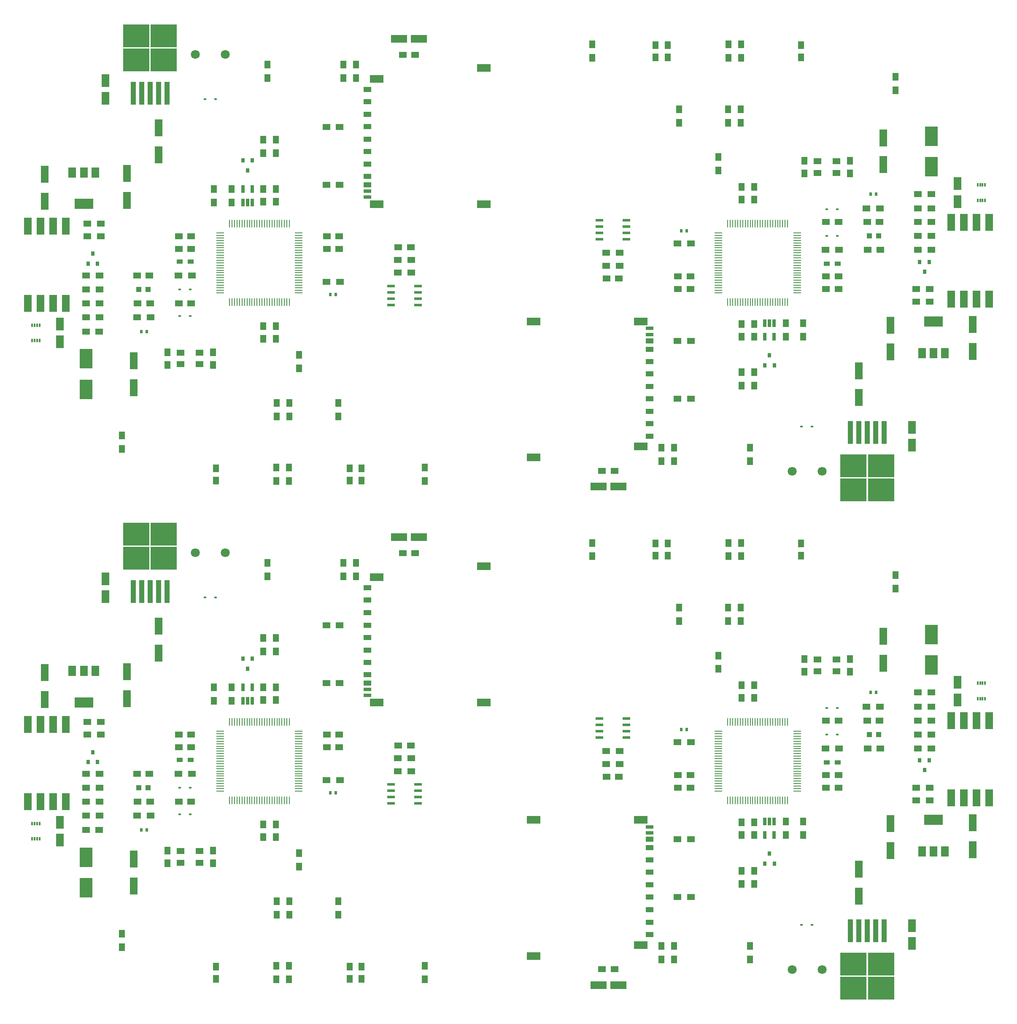
<source format=gbr>
G04 #@! TF.FileFunction,Paste,Top*
%FSLAX46Y46*%
G04 Gerber Fmt 4.6, Leading zero omitted, Abs format (unit mm)*
G04 Created by KiCad (PCBNEW 4.0.7-e2-6376~58~ubuntu16.04.1) date Sun Nov 18 23:18:58 2018*
%MOMM*%
%LPD*%
G01*
G04 APERTURE LIST*
%ADD10C,0.100000*%
%ADD11R,1.500000X1.250000*%
%ADD12R,1.500000X1.300000*%
%ADD13R,1.550000X0.600000*%
%ADD14R,1.500000X0.280000*%
%ADD15R,0.280000X1.500000*%
%ADD16R,1.300000X1.500000*%
%ADD17R,0.650000X1.560000*%
%ADD18R,1.250000X1.500000*%
%ADD19R,0.600000X0.700000*%
%ADD20R,0.800000X0.900000*%
%ADD21C,1.800000*%
%ADD22R,3.200000X1.500000*%
%ADD23R,1.500000X1.000000*%
%ADD24R,1.500000X0.700000*%
%ADD25R,2.800000X1.500000*%
%ADD26R,1.600000X1.300000*%
%ADD27R,0.600000X0.450000*%
%ADD28R,1.600000X3.500000*%
%ADD29R,2.500000X4.000000*%
%ADD30R,1.050000X1.100000*%
%ADD31R,1.600000X2.600000*%
%ADD32R,1.100000X4.600000*%
%ADD33R,5.250000X4.550000*%
%ADD34R,1.200000X0.900000*%
%ADD35R,3.800000X2.000000*%
%ADD36R,1.500000X2.000000*%
%ADD37R,0.300000X0.800000*%
%ADD38R,1.500000X3.500000*%
G04 APERTURE END LIST*
D10*
D11*
X63512580Y-147243880D03*
X66012580Y-147243880D03*
D12*
X63412580Y-134327980D03*
X66112580Y-134327980D03*
X80446180Y-149415580D03*
X77746180Y-149415580D03*
D11*
X63512580Y-144703880D03*
X66012580Y-144703880D03*
D12*
X63420200Y-153848000D03*
X66120200Y-153848000D03*
D13*
X81796180Y-158508780D03*
X81796180Y-157238780D03*
X81796180Y-155968780D03*
X81796180Y-154698780D03*
X76396180Y-154698780D03*
X76396180Y-155968780D03*
X76396180Y-157238780D03*
X76396180Y-158508780D03*
D11*
X80346180Y-146875580D03*
X77846180Y-146875580D03*
D12*
X80446180Y-151999880D03*
X77746180Y-151999880D03*
D11*
X36302580Y-147243880D03*
X33802580Y-147243880D03*
D12*
X36402580Y-152577880D03*
X33702580Y-152577880D03*
D14*
X42100580Y-143999880D03*
X42100580Y-144499880D03*
X42100580Y-144999880D03*
X42100580Y-145499880D03*
X42100580Y-145999880D03*
X42100580Y-146499880D03*
X42100580Y-146999880D03*
X42100580Y-147499880D03*
X42100580Y-147999880D03*
X42100580Y-148499880D03*
X42100580Y-148999880D03*
X42100580Y-149499880D03*
X42100580Y-149999880D03*
X42100580Y-150499880D03*
X42100580Y-150999880D03*
X42100580Y-151499880D03*
X42100580Y-151999880D03*
X42100580Y-152499880D03*
X42100580Y-152999880D03*
X42100580Y-153499880D03*
X42100580Y-153999880D03*
X42100580Y-154499880D03*
X42100580Y-154999880D03*
X42100580Y-155499880D03*
X42100580Y-155999880D03*
D15*
X44000580Y-157899880D03*
X44500580Y-157899880D03*
X45000580Y-157899880D03*
X45500580Y-157899880D03*
X46000580Y-157899880D03*
X46500580Y-157899880D03*
X47000580Y-157899880D03*
X47500580Y-157899880D03*
X48000580Y-157899880D03*
X48500580Y-157899880D03*
X49000580Y-157899880D03*
X49500580Y-157899880D03*
X50000580Y-157899880D03*
X50500580Y-157899880D03*
X51000580Y-157899880D03*
X51500580Y-157899880D03*
X52000580Y-157899880D03*
X52500580Y-157899880D03*
X53000580Y-157899880D03*
X53500580Y-157899880D03*
X54000580Y-157899880D03*
X54500580Y-157899880D03*
X55000580Y-157899880D03*
X55500580Y-157899880D03*
X56000580Y-157899880D03*
D14*
X57900580Y-155999880D03*
X57900580Y-155499880D03*
X57900580Y-154999880D03*
X57900580Y-154499880D03*
X57900580Y-153999880D03*
X57900580Y-153499880D03*
X57900580Y-152999880D03*
X57900580Y-152499880D03*
X57900580Y-151999880D03*
X57900580Y-151499880D03*
X57900580Y-150999880D03*
X57900580Y-150499880D03*
X57900580Y-149999880D03*
X57900580Y-149499880D03*
X57900580Y-148999880D03*
X57900580Y-148499880D03*
X57900580Y-147999880D03*
X57900580Y-147499880D03*
X57900580Y-146999880D03*
X57900580Y-146499880D03*
X57900580Y-145999880D03*
X57900580Y-145499880D03*
X57900580Y-144999880D03*
X57900580Y-144499880D03*
X57900580Y-143999880D03*
D15*
X56000580Y-142099880D03*
X55500580Y-142099880D03*
X55000580Y-142099880D03*
X54500580Y-142099880D03*
X54000580Y-142099880D03*
X53500580Y-142099880D03*
X53000580Y-142099880D03*
X52500580Y-142099880D03*
X52000580Y-142099880D03*
X51500580Y-142099880D03*
X51000580Y-142099880D03*
X50500580Y-142099880D03*
X50000580Y-142099880D03*
X49500580Y-142099880D03*
X49000580Y-142099880D03*
X48500580Y-142099880D03*
X48000580Y-142099880D03*
X47500580Y-142099880D03*
X47000580Y-142099880D03*
X46500580Y-142099880D03*
X46000580Y-142099880D03*
X45500580Y-142099880D03*
X45000580Y-142099880D03*
X44500580Y-142099880D03*
X44000580Y-142099880D03*
D11*
X36302580Y-144703880D03*
X33802580Y-144703880D03*
D16*
X40840860Y-135213180D03*
X40840860Y-137913180D03*
X44376920Y-135213180D03*
X44376920Y-137913180D03*
D17*
X46683200Y-137913180D03*
X47633200Y-137913180D03*
X48583200Y-137913180D03*
X48583200Y-135213180D03*
X46683200Y-135213180D03*
D18*
X53277080Y-162717240D03*
X53277080Y-165217240D03*
D16*
X57912580Y-168499880D03*
X57912580Y-171199880D03*
D19*
X65312580Y-156388000D03*
X64212580Y-156388000D03*
D16*
X65786200Y-180788500D03*
X65786200Y-178088500D03*
D20*
X48575200Y-129429200D03*
X46675200Y-129429200D03*
X47625200Y-131429200D03*
D18*
X53277080Y-137698880D03*
X53277080Y-135198880D03*
X50737080Y-137698880D03*
X50737080Y-135198880D03*
D16*
X50737080Y-125319880D03*
X50737080Y-128019880D03*
X53277080Y-125319880D03*
X53277080Y-128019880D03*
D21*
X37106580Y-108170380D03*
X43106580Y-108170380D03*
D12*
X66112580Y-122725380D03*
X63412580Y-122725380D03*
D16*
X66802580Y-110206880D03*
X66802580Y-112906880D03*
X69342580Y-110206880D03*
X69342580Y-112906880D03*
X51562580Y-110206880D03*
X51562580Y-112906880D03*
D11*
X78760580Y-108254880D03*
X81260580Y-108254880D03*
D22*
X77978580Y-105079880D03*
X81978580Y-105079880D03*
D23*
X71696580Y-117696880D03*
X71696580Y-120196880D03*
X71696580Y-122696880D03*
X71696580Y-125196880D03*
X71696580Y-127696880D03*
X71696580Y-130196880D03*
X71696580Y-132626880D03*
X71696580Y-134326880D03*
X71696580Y-115196880D03*
D24*
X71696580Y-135626880D03*
X71696580Y-136826880D03*
D25*
X73496580Y-113121880D03*
X94996580Y-110921880D03*
X94996580Y-138221880D03*
X73496580Y-138221880D03*
D18*
X31496580Y-170464880D03*
X31496580Y-167964880D03*
D26*
X34168580Y-170364880D03*
X37968580Y-170364880D03*
X37968580Y-168064880D03*
X34168580Y-168064880D03*
D27*
X36102580Y-160705880D03*
X34002580Y-160705880D03*
D18*
X40640580Y-167964880D03*
X40640580Y-170464880D03*
D28*
X24757580Y-169682380D03*
X24757580Y-175082380D03*
D29*
X15181780Y-169268880D03*
X15181780Y-175368880D03*
D12*
X17860580Y-155371880D03*
X15160580Y-155371880D03*
D27*
X36102580Y-155371880D03*
X34002580Y-155371880D03*
D11*
X27920580Y-152577880D03*
X25420580Y-152577880D03*
D30*
X25745580Y-155371880D03*
X27595580Y-155371880D03*
D31*
X19042580Y-117010380D03*
X19042580Y-113410380D03*
D32*
X24630580Y-115994380D03*
X26330580Y-115994380D03*
X28030580Y-115994380D03*
X29730580Y-115994380D03*
X31430580Y-115994380D03*
D33*
X30805580Y-104419380D03*
X25255580Y-109269380D03*
X25255580Y-104419380D03*
X30805580Y-109269380D03*
D28*
X29710580Y-122946380D03*
X29710580Y-128346380D03*
D27*
X39083180Y-117170780D03*
X41183180Y-117170780D03*
D34*
X36152580Y-149783880D03*
X33952580Y-149783880D03*
D28*
X23360580Y-132090380D03*
X23360580Y-137490380D03*
X6850580Y-132250380D03*
X6850580Y-137650380D03*
D35*
X14724580Y-138194380D03*
D36*
X14724580Y-131894380D03*
X12424580Y-131894380D03*
X17024580Y-131894380D03*
D12*
X15152580Y-163809880D03*
X17852580Y-163809880D03*
D31*
X9906580Y-162270380D03*
X9906580Y-165870380D03*
D37*
X4356580Y-165620380D03*
X4856580Y-165620380D03*
X5356580Y-165620380D03*
X5856580Y-165620380D03*
X5856580Y-162520380D03*
X5356580Y-162520380D03*
X4856580Y-162520380D03*
X4356580Y-162520380D03*
D12*
X17860580Y-160896500D03*
X15160580Y-160896500D03*
X17860580Y-152577880D03*
X15160580Y-152577880D03*
X17860580Y-158165880D03*
X15160580Y-158165880D03*
X18159920Y-144703880D03*
X15459920Y-144703880D03*
D38*
X11146580Y-142670380D03*
X8606580Y-158140380D03*
X11146580Y-158140380D03*
X6066580Y-158140380D03*
X3526580Y-158140380D03*
X8606580Y-142670380D03*
X6066580Y-142670380D03*
X3526580Y-142670380D03*
D20*
X15585980Y-150183680D03*
X17485980Y-150183680D03*
X16535980Y-148183680D03*
D12*
X18159920Y-142158920D03*
X15459920Y-142158920D03*
D16*
X22344580Y-184621380D03*
X22344580Y-187321380D03*
D11*
X28047580Y-158165880D03*
X25547580Y-158165880D03*
X36302580Y-158165880D03*
X33802580Y-158165880D03*
D19*
X27347580Y-163807340D03*
X26247580Y-163807340D03*
D12*
X28147580Y-160896500D03*
X25447580Y-160896500D03*
D18*
X50727896Y-162723446D03*
X50727896Y-165223446D03*
D16*
X53416780Y-178111240D03*
X53416780Y-180811240D03*
X55961860Y-180821400D03*
X55961860Y-178121400D03*
D18*
X41275580Y-191205880D03*
X41275580Y-193705880D03*
X68072580Y-191205880D03*
X68072580Y-193705880D03*
D16*
X53340580Y-193805880D03*
X53340580Y-191105880D03*
X55880580Y-193805880D03*
X55880580Y-191105880D03*
D18*
X70485580Y-191205880D03*
X70485580Y-193705880D03*
D16*
X83185580Y-193805880D03*
X83185580Y-191105880D03*
D11*
X136487420Y-152756120D03*
X133987420Y-152756120D03*
D12*
X136587420Y-165672020D03*
X133887420Y-165672020D03*
X119553820Y-150584420D03*
X122253820Y-150584420D03*
D11*
X136487420Y-155296120D03*
X133987420Y-155296120D03*
D12*
X136579800Y-146152000D03*
X133879800Y-146152000D03*
D13*
X118203820Y-141491220D03*
X118203820Y-142761220D03*
X118203820Y-144031220D03*
X118203820Y-145301220D03*
X123603820Y-145301220D03*
X123603820Y-144031220D03*
X123603820Y-142761220D03*
X123603820Y-141491220D03*
D11*
X119653820Y-153124420D03*
X122153820Y-153124420D03*
D12*
X119553820Y-148000120D03*
X122253820Y-148000120D03*
D11*
X163697420Y-152756120D03*
X166197420Y-152756120D03*
D12*
X163597420Y-147422120D03*
X166297420Y-147422120D03*
D14*
X157899420Y-156000120D03*
X157899420Y-155500120D03*
X157899420Y-155000120D03*
X157899420Y-154500120D03*
X157899420Y-154000120D03*
X157899420Y-153500120D03*
X157899420Y-153000120D03*
X157899420Y-152500120D03*
X157899420Y-152000120D03*
X157899420Y-151500120D03*
X157899420Y-151000120D03*
X157899420Y-150500120D03*
X157899420Y-150000120D03*
X157899420Y-149500120D03*
X157899420Y-149000120D03*
X157899420Y-148500120D03*
X157899420Y-148000120D03*
X157899420Y-147500120D03*
X157899420Y-147000120D03*
X157899420Y-146500120D03*
X157899420Y-146000120D03*
X157899420Y-145500120D03*
X157899420Y-145000120D03*
X157899420Y-144500120D03*
X157899420Y-144000120D03*
D15*
X155999420Y-142100120D03*
X155499420Y-142100120D03*
X154999420Y-142100120D03*
X154499420Y-142100120D03*
X153999420Y-142100120D03*
X153499420Y-142100120D03*
X152999420Y-142100120D03*
X152499420Y-142100120D03*
X151999420Y-142100120D03*
X151499420Y-142100120D03*
X150999420Y-142100120D03*
X150499420Y-142100120D03*
X149999420Y-142100120D03*
X149499420Y-142100120D03*
X148999420Y-142100120D03*
X148499420Y-142100120D03*
X147999420Y-142100120D03*
X147499420Y-142100120D03*
X146999420Y-142100120D03*
X146499420Y-142100120D03*
X145999420Y-142100120D03*
X145499420Y-142100120D03*
X144999420Y-142100120D03*
X144499420Y-142100120D03*
X143999420Y-142100120D03*
D14*
X142099420Y-144000120D03*
X142099420Y-144500120D03*
X142099420Y-145000120D03*
X142099420Y-145500120D03*
X142099420Y-146000120D03*
X142099420Y-146500120D03*
X142099420Y-147000120D03*
X142099420Y-147500120D03*
X142099420Y-148000120D03*
X142099420Y-148500120D03*
X142099420Y-149000120D03*
X142099420Y-149500120D03*
X142099420Y-150000120D03*
X142099420Y-150500120D03*
X142099420Y-151000120D03*
X142099420Y-151500120D03*
X142099420Y-152000120D03*
X142099420Y-152500120D03*
X142099420Y-153000120D03*
X142099420Y-153500120D03*
X142099420Y-154000120D03*
X142099420Y-154500120D03*
X142099420Y-155000120D03*
X142099420Y-155500120D03*
X142099420Y-156000120D03*
D15*
X143999420Y-157900120D03*
X144499420Y-157900120D03*
X144999420Y-157900120D03*
X145499420Y-157900120D03*
X145999420Y-157900120D03*
X146499420Y-157900120D03*
X146999420Y-157900120D03*
X147499420Y-157900120D03*
X147999420Y-157900120D03*
X148499420Y-157900120D03*
X148999420Y-157900120D03*
X149499420Y-157900120D03*
X149999420Y-157900120D03*
X150499420Y-157900120D03*
X150999420Y-157900120D03*
X151499420Y-157900120D03*
X151999420Y-157900120D03*
X152499420Y-157900120D03*
X152999420Y-157900120D03*
X153499420Y-157900120D03*
X153999420Y-157900120D03*
X154499420Y-157900120D03*
X154999420Y-157900120D03*
X155499420Y-157900120D03*
X155999420Y-157900120D03*
D11*
X163697420Y-155296120D03*
X166197420Y-155296120D03*
D16*
X159159140Y-164786820D03*
X159159140Y-162086820D03*
X155623080Y-164786820D03*
X155623080Y-162086820D03*
D17*
X153316800Y-162086820D03*
X152366800Y-162086820D03*
X151416800Y-162086820D03*
X151416800Y-164786820D03*
X153316800Y-164786820D03*
D18*
X146722920Y-137282760D03*
X146722920Y-134782760D03*
D16*
X142087420Y-131500120D03*
X142087420Y-128800120D03*
D19*
X134687420Y-143612000D03*
X135787420Y-143612000D03*
D16*
X134213800Y-119211500D03*
X134213800Y-121911500D03*
D20*
X151424800Y-170570800D03*
X153324800Y-170570800D03*
X152374800Y-168570800D03*
D18*
X146722920Y-162301120D03*
X146722920Y-164801120D03*
X149262920Y-162301120D03*
X149262920Y-164801120D03*
D16*
X149262920Y-174680120D03*
X149262920Y-171980120D03*
X146722920Y-174680120D03*
X146722920Y-171980120D03*
D21*
X162893420Y-191829620D03*
X156893420Y-191829620D03*
D12*
X133887420Y-177274620D03*
X136587420Y-177274620D03*
D16*
X133197420Y-189793120D03*
X133197420Y-187093120D03*
X130657420Y-189793120D03*
X130657420Y-187093120D03*
X148437420Y-189793120D03*
X148437420Y-187093120D03*
D11*
X121239420Y-191745120D03*
X118739420Y-191745120D03*
D22*
X122021420Y-194920120D03*
X118021420Y-194920120D03*
D23*
X128303420Y-182303120D03*
X128303420Y-179803120D03*
X128303420Y-177303120D03*
X128303420Y-174803120D03*
X128303420Y-172303120D03*
X128303420Y-169803120D03*
X128303420Y-167373120D03*
X128303420Y-165673120D03*
X128303420Y-184803120D03*
D24*
X128303420Y-164373120D03*
X128303420Y-163173120D03*
D25*
X126503420Y-186878120D03*
X105003420Y-189078120D03*
X105003420Y-161778120D03*
X126503420Y-161778120D03*
D18*
X168503420Y-129535120D03*
X168503420Y-132035120D03*
D26*
X165831420Y-129635120D03*
X162031420Y-129635120D03*
X162031420Y-131935120D03*
X165831420Y-131935120D03*
D27*
X163897420Y-139294120D03*
X165997420Y-139294120D03*
D18*
X159359420Y-132035120D03*
X159359420Y-129535120D03*
D28*
X175242420Y-130317620D03*
X175242420Y-124917620D03*
D29*
X184818220Y-130731120D03*
X184818220Y-124631120D03*
D12*
X182139420Y-144628120D03*
X184839420Y-144628120D03*
D27*
X163897420Y-144628120D03*
X165997420Y-144628120D03*
D11*
X172079420Y-147422120D03*
X174579420Y-147422120D03*
D30*
X174254420Y-144628120D03*
X172404420Y-144628120D03*
D31*
X180957420Y-182989620D03*
X180957420Y-186589620D03*
D32*
X175369420Y-184005620D03*
X173669420Y-184005620D03*
X171969420Y-184005620D03*
X170269420Y-184005620D03*
X168569420Y-184005620D03*
D33*
X169194420Y-195580620D03*
X174744420Y-190730620D03*
X174744420Y-195580620D03*
X169194420Y-190730620D03*
D28*
X170289420Y-177053620D03*
X170289420Y-171653620D03*
D27*
X160916820Y-182829220D03*
X158816820Y-182829220D03*
D34*
X163847420Y-150216120D03*
X166047420Y-150216120D03*
D28*
X176639420Y-167909620D03*
X176639420Y-162509620D03*
X193149420Y-167749620D03*
X193149420Y-162349620D03*
D35*
X185275420Y-161805620D03*
D36*
X185275420Y-168105620D03*
X187575420Y-168105620D03*
X182975420Y-168105620D03*
D12*
X184847420Y-136190120D03*
X182147420Y-136190120D03*
D31*
X190093420Y-137729620D03*
X190093420Y-134129620D03*
D37*
X195643420Y-134379620D03*
X195143420Y-134379620D03*
X194643420Y-134379620D03*
X194143420Y-134379620D03*
X194143420Y-137479620D03*
X194643420Y-137479620D03*
X195143420Y-137479620D03*
X195643420Y-137479620D03*
D12*
X182139420Y-139103500D03*
X184839420Y-139103500D03*
X182139420Y-147422120D03*
X184839420Y-147422120D03*
X182139420Y-141834120D03*
X184839420Y-141834120D03*
X181840080Y-155296120D03*
X184540080Y-155296120D03*
D38*
X188853420Y-157329620D03*
X191393420Y-141859620D03*
X188853420Y-141859620D03*
X193933420Y-141859620D03*
X196473420Y-141859620D03*
X191393420Y-157329620D03*
X193933420Y-157329620D03*
X196473420Y-157329620D03*
D20*
X184414020Y-149816320D03*
X182514020Y-149816320D03*
X183464020Y-151816320D03*
D12*
X181840080Y-157841080D03*
X184540080Y-157841080D03*
D16*
X177655420Y-115378620D03*
X177655420Y-112678620D03*
D11*
X171952420Y-141834120D03*
X174452420Y-141834120D03*
X163697420Y-141834120D03*
X166197420Y-141834120D03*
D19*
X172652420Y-136192660D03*
X173752420Y-136192660D03*
D12*
X171852420Y-139103500D03*
X174552420Y-139103500D03*
D18*
X149272104Y-137276554D03*
X149272104Y-134776554D03*
D16*
X146583220Y-121888760D03*
X146583220Y-119188760D03*
X144038140Y-119178600D03*
X144038140Y-121878600D03*
D18*
X158724420Y-108794120D03*
X158724420Y-106294120D03*
X131927420Y-108794120D03*
X131927420Y-106294120D03*
D16*
X146659420Y-106194120D03*
X146659420Y-108894120D03*
X144119420Y-106194120D03*
X144119420Y-108894120D03*
D18*
X129514420Y-108794120D03*
X129514420Y-106294120D03*
D16*
X116814420Y-106194120D03*
X116814420Y-108894120D03*
D11*
X136487420Y-52756120D03*
X133987420Y-52756120D03*
D12*
X136587420Y-65672020D03*
X133887420Y-65672020D03*
X119553820Y-50584420D03*
X122253820Y-50584420D03*
D11*
X136487420Y-55296120D03*
X133987420Y-55296120D03*
D12*
X136579800Y-46152000D03*
X133879800Y-46152000D03*
D13*
X118203820Y-41491220D03*
X118203820Y-42761220D03*
X118203820Y-44031220D03*
X118203820Y-45301220D03*
X123603820Y-45301220D03*
X123603820Y-44031220D03*
X123603820Y-42761220D03*
X123603820Y-41491220D03*
D11*
X119653820Y-53124420D03*
X122153820Y-53124420D03*
D12*
X119553820Y-48000120D03*
X122253820Y-48000120D03*
D11*
X163697420Y-52756120D03*
X166197420Y-52756120D03*
D12*
X163597420Y-47422120D03*
X166297420Y-47422120D03*
D14*
X157899420Y-56000120D03*
X157899420Y-55500120D03*
X157899420Y-55000120D03*
X157899420Y-54500120D03*
X157899420Y-54000120D03*
X157899420Y-53500120D03*
X157899420Y-53000120D03*
X157899420Y-52500120D03*
X157899420Y-52000120D03*
X157899420Y-51500120D03*
X157899420Y-51000120D03*
X157899420Y-50500120D03*
X157899420Y-50000120D03*
X157899420Y-49500120D03*
X157899420Y-49000120D03*
X157899420Y-48500120D03*
X157899420Y-48000120D03*
X157899420Y-47500120D03*
X157899420Y-47000120D03*
X157899420Y-46500120D03*
X157899420Y-46000120D03*
X157899420Y-45500120D03*
X157899420Y-45000120D03*
X157899420Y-44500120D03*
X157899420Y-44000120D03*
D15*
X155999420Y-42100120D03*
X155499420Y-42100120D03*
X154999420Y-42100120D03*
X154499420Y-42100120D03*
X153999420Y-42100120D03*
X153499420Y-42100120D03*
X152999420Y-42100120D03*
X152499420Y-42100120D03*
X151999420Y-42100120D03*
X151499420Y-42100120D03*
X150999420Y-42100120D03*
X150499420Y-42100120D03*
X149999420Y-42100120D03*
X149499420Y-42100120D03*
X148999420Y-42100120D03*
X148499420Y-42100120D03*
X147999420Y-42100120D03*
X147499420Y-42100120D03*
X146999420Y-42100120D03*
X146499420Y-42100120D03*
X145999420Y-42100120D03*
X145499420Y-42100120D03*
X144999420Y-42100120D03*
X144499420Y-42100120D03*
X143999420Y-42100120D03*
D14*
X142099420Y-44000120D03*
X142099420Y-44500120D03*
X142099420Y-45000120D03*
X142099420Y-45500120D03*
X142099420Y-46000120D03*
X142099420Y-46500120D03*
X142099420Y-47000120D03*
X142099420Y-47500120D03*
X142099420Y-48000120D03*
X142099420Y-48500120D03*
X142099420Y-49000120D03*
X142099420Y-49500120D03*
X142099420Y-50000120D03*
X142099420Y-50500120D03*
X142099420Y-51000120D03*
X142099420Y-51500120D03*
X142099420Y-52000120D03*
X142099420Y-52500120D03*
X142099420Y-53000120D03*
X142099420Y-53500120D03*
X142099420Y-54000120D03*
X142099420Y-54500120D03*
X142099420Y-55000120D03*
X142099420Y-55500120D03*
X142099420Y-56000120D03*
D15*
X143999420Y-57900120D03*
X144499420Y-57900120D03*
X144999420Y-57900120D03*
X145499420Y-57900120D03*
X145999420Y-57900120D03*
X146499420Y-57900120D03*
X146999420Y-57900120D03*
X147499420Y-57900120D03*
X147999420Y-57900120D03*
X148499420Y-57900120D03*
X148999420Y-57900120D03*
X149499420Y-57900120D03*
X149999420Y-57900120D03*
X150499420Y-57900120D03*
X150999420Y-57900120D03*
X151499420Y-57900120D03*
X151999420Y-57900120D03*
X152499420Y-57900120D03*
X152999420Y-57900120D03*
X153499420Y-57900120D03*
X153999420Y-57900120D03*
X154499420Y-57900120D03*
X154999420Y-57900120D03*
X155499420Y-57900120D03*
X155999420Y-57900120D03*
D11*
X163697420Y-55296120D03*
X166197420Y-55296120D03*
D16*
X159159140Y-64786820D03*
X159159140Y-62086820D03*
X155623080Y-64786820D03*
X155623080Y-62086820D03*
D17*
X153316800Y-62086820D03*
X152366800Y-62086820D03*
X151416800Y-62086820D03*
X151416800Y-64786820D03*
X153316800Y-64786820D03*
D18*
X146722920Y-37282760D03*
X146722920Y-34782760D03*
D16*
X142087420Y-31500120D03*
X142087420Y-28800120D03*
D19*
X134687420Y-43612000D03*
X135787420Y-43612000D03*
D16*
X134213800Y-19211500D03*
X134213800Y-21911500D03*
D20*
X151424800Y-70570800D03*
X153324800Y-70570800D03*
X152374800Y-68570800D03*
D18*
X146722920Y-62301120D03*
X146722920Y-64801120D03*
X149262920Y-62301120D03*
X149262920Y-64801120D03*
D16*
X149262920Y-74680120D03*
X149262920Y-71980120D03*
X146722920Y-74680120D03*
X146722920Y-71980120D03*
D21*
X162893420Y-91829620D03*
X156893420Y-91829620D03*
D12*
X133887420Y-77274620D03*
X136587420Y-77274620D03*
D16*
X133197420Y-89793120D03*
X133197420Y-87093120D03*
X130657420Y-89793120D03*
X130657420Y-87093120D03*
X148437420Y-89793120D03*
X148437420Y-87093120D03*
D11*
X121239420Y-91745120D03*
X118739420Y-91745120D03*
D22*
X122021420Y-94920120D03*
X118021420Y-94920120D03*
D23*
X128303420Y-82303120D03*
X128303420Y-79803120D03*
X128303420Y-77303120D03*
X128303420Y-74803120D03*
X128303420Y-72303120D03*
X128303420Y-69803120D03*
X128303420Y-67373120D03*
X128303420Y-65673120D03*
X128303420Y-84803120D03*
D24*
X128303420Y-64373120D03*
X128303420Y-63173120D03*
D25*
X126503420Y-86878120D03*
X105003420Y-89078120D03*
X105003420Y-61778120D03*
X126503420Y-61778120D03*
D18*
X168503420Y-29535120D03*
X168503420Y-32035120D03*
D26*
X165831420Y-29635120D03*
X162031420Y-29635120D03*
X162031420Y-31935120D03*
X165831420Y-31935120D03*
D27*
X163897420Y-39294120D03*
X165997420Y-39294120D03*
D18*
X159359420Y-32035120D03*
X159359420Y-29535120D03*
D28*
X175242420Y-30317620D03*
X175242420Y-24917620D03*
D29*
X184818220Y-30731120D03*
X184818220Y-24631120D03*
D12*
X182139420Y-44628120D03*
X184839420Y-44628120D03*
D27*
X163897420Y-44628120D03*
X165997420Y-44628120D03*
D11*
X172079420Y-47422120D03*
X174579420Y-47422120D03*
D30*
X174254420Y-44628120D03*
X172404420Y-44628120D03*
D31*
X180957420Y-82989620D03*
X180957420Y-86589620D03*
D32*
X175369420Y-84005620D03*
X173669420Y-84005620D03*
X171969420Y-84005620D03*
X170269420Y-84005620D03*
X168569420Y-84005620D03*
D33*
X169194420Y-95580620D03*
X174744420Y-90730620D03*
X174744420Y-95580620D03*
X169194420Y-90730620D03*
D28*
X170289420Y-77053620D03*
X170289420Y-71653620D03*
D27*
X160916820Y-82829220D03*
X158816820Y-82829220D03*
D34*
X163847420Y-50216120D03*
X166047420Y-50216120D03*
D28*
X176639420Y-67909620D03*
X176639420Y-62509620D03*
X193149420Y-67749620D03*
X193149420Y-62349620D03*
D35*
X185275420Y-61805620D03*
D36*
X185275420Y-68105620D03*
X187575420Y-68105620D03*
X182975420Y-68105620D03*
D12*
X184847420Y-36190120D03*
X182147420Y-36190120D03*
D31*
X190093420Y-37729620D03*
X190093420Y-34129620D03*
D37*
X195643420Y-34379620D03*
X195143420Y-34379620D03*
X194643420Y-34379620D03*
X194143420Y-34379620D03*
X194143420Y-37479620D03*
X194643420Y-37479620D03*
X195143420Y-37479620D03*
X195643420Y-37479620D03*
D12*
X182139420Y-39103500D03*
X184839420Y-39103500D03*
X182139420Y-47422120D03*
X184839420Y-47422120D03*
X182139420Y-41834120D03*
X184839420Y-41834120D03*
X181840080Y-55296120D03*
X184540080Y-55296120D03*
D38*
X188853420Y-57329620D03*
X191393420Y-41859620D03*
X188853420Y-41859620D03*
X193933420Y-41859620D03*
X196473420Y-41859620D03*
X191393420Y-57329620D03*
X193933420Y-57329620D03*
X196473420Y-57329620D03*
D20*
X184414020Y-49816320D03*
X182514020Y-49816320D03*
X183464020Y-51816320D03*
D12*
X181840080Y-57841080D03*
X184540080Y-57841080D03*
D16*
X177655420Y-15378620D03*
X177655420Y-12678620D03*
D11*
X171952420Y-41834120D03*
X174452420Y-41834120D03*
X163697420Y-41834120D03*
X166197420Y-41834120D03*
D19*
X172652420Y-36192660D03*
X173752420Y-36192660D03*
D12*
X171852420Y-39103500D03*
X174552420Y-39103500D03*
D18*
X149272104Y-37276554D03*
X149272104Y-34776554D03*
D16*
X146583220Y-21888760D03*
X146583220Y-19188760D03*
X144038140Y-19178600D03*
X144038140Y-21878600D03*
D18*
X158724420Y-8794120D03*
X158724420Y-6294120D03*
X131927420Y-8794120D03*
X131927420Y-6294120D03*
D16*
X146659420Y-6194120D03*
X146659420Y-8894120D03*
X144119420Y-6194120D03*
X144119420Y-8894120D03*
D18*
X129514420Y-8794120D03*
X129514420Y-6294120D03*
D16*
X116814420Y-6194120D03*
X116814420Y-8894120D03*
D38*
X11146580Y-42670380D03*
X8606580Y-58140380D03*
X11146580Y-58140380D03*
X6066580Y-58140380D03*
X3526580Y-58140380D03*
X8606580Y-42670380D03*
X6066580Y-42670380D03*
X3526580Y-42670380D03*
D26*
X34168580Y-70364880D03*
X37968580Y-70364880D03*
X37968580Y-68064880D03*
X34168580Y-68064880D03*
D22*
X77978580Y-5079880D03*
X81978580Y-5079880D03*
D11*
X78760580Y-8254880D03*
X81260580Y-8254880D03*
D31*
X9906580Y-62270380D03*
X9906580Y-65870380D03*
D28*
X24757580Y-69682380D03*
X24757580Y-75082380D03*
D29*
X15181780Y-69268880D03*
X15181780Y-75368880D03*
D28*
X23360580Y-32090380D03*
X23360580Y-37490380D03*
D31*
X19042580Y-17010380D03*
X19042580Y-13410380D03*
D28*
X6850580Y-32250380D03*
X6850580Y-37650380D03*
X29710580Y-22946380D03*
X29710580Y-28346380D03*
D18*
X31496580Y-70464880D03*
X31496580Y-67964880D03*
X40640580Y-67964880D03*
X40640580Y-70464880D03*
D11*
X27920580Y-52577880D03*
X25420580Y-52577880D03*
X28047580Y-58165880D03*
X25547580Y-58165880D03*
X63512580Y-47243880D03*
X66012580Y-47243880D03*
D18*
X50727896Y-62723446D03*
X50727896Y-65223446D03*
X53277080Y-37698880D03*
X53277080Y-35198880D03*
D11*
X36302580Y-47243880D03*
X33802580Y-47243880D03*
X63512580Y-44703880D03*
X66012580Y-44703880D03*
D18*
X53277080Y-62717240D03*
X53277080Y-65217240D03*
X50737080Y-37698880D03*
X50737080Y-35198880D03*
D11*
X36302580Y-44703880D03*
X33802580Y-44703880D03*
X36302580Y-58165880D03*
X33802580Y-58165880D03*
X80346180Y-46875580D03*
X77846180Y-46875580D03*
D18*
X68072580Y-91205880D03*
X68072580Y-93705880D03*
X41275580Y-91205880D03*
X41275580Y-93705880D03*
X70485580Y-91205880D03*
X70485580Y-93705880D03*
D27*
X39083180Y-17170780D03*
X41183180Y-17170780D03*
X36102580Y-55371880D03*
X34002580Y-55371880D03*
X36102580Y-60705880D03*
X34002580Y-60705880D03*
D23*
X71696580Y-17696880D03*
X71696580Y-20196880D03*
X71696580Y-22696880D03*
X71696580Y-25196880D03*
X71696580Y-27696880D03*
X71696580Y-30196880D03*
X71696580Y-32626880D03*
X71696580Y-34326880D03*
X71696580Y-15196880D03*
D24*
X71696580Y-35626880D03*
X71696580Y-36826880D03*
D25*
X73496580Y-13121880D03*
X94996580Y-10921880D03*
X94996580Y-38221880D03*
X73496580Y-38221880D03*
D21*
X37106580Y-8170380D03*
X43106580Y-8170380D03*
D34*
X36152580Y-49783880D03*
X33952580Y-49783880D03*
D12*
X17860580Y-52577880D03*
X15160580Y-52577880D03*
D16*
X69342580Y-10206880D03*
X69342580Y-12906880D03*
D12*
X63412580Y-34327980D03*
X66112580Y-34327980D03*
D16*
X66802580Y-10206880D03*
X66802580Y-12906880D03*
D12*
X66112580Y-22725380D03*
X63412580Y-22725380D03*
X17860580Y-55371880D03*
X15160580Y-55371880D03*
X17860580Y-58165880D03*
X15160580Y-58165880D03*
X15152580Y-63809880D03*
X17852580Y-63809880D03*
X17860580Y-60896500D03*
X15160580Y-60896500D03*
D16*
X22344580Y-84621380D03*
X22344580Y-87321380D03*
X55961860Y-80821400D03*
X55961860Y-78121400D03*
X53416780Y-78111240D03*
X53416780Y-80811240D03*
X57912580Y-68499880D03*
X57912580Y-71199880D03*
X65786200Y-80788500D03*
X65786200Y-78088500D03*
X50737080Y-25319880D03*
X50737080Y-28019880D03*
X53277080Y-25319880D03*
X53277080Y-28019880D03*
X44376920Y-35213180D03*
X44376920Y-37913180D03*
X40840860Y-35213180D03*
X40840860Y-37913180D03*
D12*
X36402580Y-52577880D03*
X33702580Y-52577880D03*
D16*
X51562580Y-10206880D03*
X51562580Y-12906880D03*
D12*
X80446180Y-51999880D03*
X77746180Y-51999880D03*
X80446180Y-49415580D03*
X77746180Y-49415580D03*
X18159920Y-44703880D03*
X15459920Y-44703880D03*
X18159920Y-42158920D03*
X15459920Y-42158920D03*
D16*
X55880580Y-93805880D03*
X55880580Y-91105880D03*
X53340580Y-93805880D03*
X53340580Y-91105880D03*
X83185580Y-93805880D03*
X83185580Y-91105880D03*
D37*
X4356580Y-65620380D03*
X4856580Y-65620380D03*
X5356580Y-65620380D03*
X5856580Y-65620380D03*
X5856580Y-62520380D03*
X5356580Y-62520380D03*
X4856580Y-62520380D03*
X4356580Y-62520380D03*
D17*
X46683200Y-37913180D03*
X47633200Y-37913180D03*
X48583200Y-37913180D03*
X48583200Y-35213180D03*
X46683200Y-35213180D03*
D20*
X48575200Y-29429200D03*
X46675200Y-29429200D03*
X47625200Y-31429200D03*
D32*
X24630580Y-15994380D03*
X26330580Y-15994380D03*
X28030580Y-15994380D03*
X29730580Y-15994380D03*
X31430580Y-15994380D03*
D33*
X30805580Y-4419380D03*
X25255580Y-9269380D03*
X25255580Y-4419380D03*
X30805580Y-9269380D03*
D35*
X14724580Y-38194380D03*
D36*
X14724580Y-31894380D03*
X12424580Y-31894380D03*
X17024580Y-31894380D03*
D13*
X81796180Y-58508780D03*
X81796180Y-57238780D03*
X81796180Y-55968780D03*
X81796180Y-54698780D03*
X76396180Y-54698780D03*
X76396180Y-55968780D03*
X76396180Y-57238780D03*
X76396180Y-58508780D03*
D20*
X15585980Y-50183680D03*
X17485980Y-50183680D03*
X16535980Y-48183680D03*
D30*
X25745580Y-55371880D03*
X27595580Y-55371880D03*
D14*
X42100580Y-43999880D03*
X42100580Y-44499880D03*
X42100580Y-44999880D03*
X42100580Y-45499880D03*
X42100580Y-45999880D03*
X42100580Y-46499880D03*
X42100580Y-46999880D03*
X42100580Y-47499880D03*
X42100580Y-47999880D03*
X42100580Y-48499880D03*
X42100580Y-48999880D03*
X42100580Y-49499880D03*
X42100580Y-49999880D03*
X42100580Y-50499880D03*
X42100580Y-50999880D03*
X42100580Y-51499880D03*
X42100580Y-51999880D03*
X42100580Y-52499880D03*
X42100580Y-52999880D03*
X42100580Y-53499880D03*
X42100580Y-53999880D03*
X42100580Y-54499880D03*
X42100580Y-54999880D03*
X42100580Y-55499880D03*
X42100580Y-55999880D03*
D15*
X44000580Y-57899880D03*
X44500580Y-57899880D03*
X45000580Y-57899880D03*
X45500580Y-57899880D03*
X46000580Y-57899880D03*
X46500580Y-57899880D03*
X47000580Y-57899880D03*
X47500580Y-57899880D03*
X48000580Y-57899880D03*
X48500580Y-57899880D03*
X49000580Y-57899880D03*
X49500580Y-57899880D03*
X50000580Y-57899880D03*
X50500580Y-57899880D03*
X51000580Y-57899880D03*
X51500580Y-57899880D03*
X52000580Y-57899880D03*
X52500580Y-57899880D03*
X53000580Y-57899880D03*
X53500580Y-57899880D03*
X54000580Y-57899880D03*
X54500580Y-57899880D03*
X55000580Y-57899880D03*
X55500580Y-57899880D03*
X56000580Y-57899880D03*
D14*
X57900580Y-55999880D03*
X57900580Y-55499880D03*
X57900580Y-54999880D03*
X57900580Y-54499880D03*
X57900580Y-53999880D03*
X57900580Y-53499880D03*
X57900580Y-52999880D03*
X57900580Y-52499880D03*
X57900580Y-51999880D03*
X57900580Y-51499880D03*
X57900580Y-50999880D03*
X57900580Y-50499880D03*
X57900580Y-49999880D03*
X57900580Y-49499880D03*
X57900580Y-48999880D03*
X57900580Y-48499880D03*
X57900580Y-47999880D03*
X57900580Y-47499880D03*
X57900580Y-46999880D03*
X57900580Y-46499880D03*
X57900580Y-45999880D03*
X57900580Y-45499880D03*
X57900580Y-44999880D03*
X57900580Y-44499880D03*
X57900580Y-43999880D03*
D15*
X56000580Y-42099880D03*
X55500580Y-42099880D03*
X55000580Y-42099880D03*
X54500580Y-42099880D03*
X54000580Y-42099880D03*
X53500580Y-42099880D03*
X53000580Y-42099880D03*
X52500580Y-42099880D03*
X52000580Y-42099880D03*
X51500580Y-42099880D03*
X51000580Y-42099880D03*
X50500580Y-42099880D03*
X50000580Y-42099880D03*
X49500580Y-42099880D03*
X49000580Y-42099880D03*
X48500580Y-42099880D03*
X48000580Y-42099880D03*
X47500580Y-42099880D03*
X47000580Y-42099880D03*
X46500580Y-42099880D03*
X46000580Y-42099880D03*
X45500580Y-42099880D03*
X45000580Y-42099880D03*
X44500580Y-42099880D03*
X44000580Y-42099880D03*
D19*
X27347580Y-63807340D03*
X26247580Y-63807340D03*
X65312580Y-56388000D03*
X64212580Y-56388000D03*
D12*
X28147580Y-60896500D03*
X25447580Y-60896500D03*
X63420200Y-53848000D03*
X66120200Y-53848000D03*
M02*

</source>
